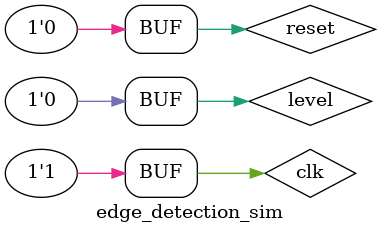
<source format=v>
`timescale 1ns / 1ps


module edge_detection_sim;

    reg clk, reset, level;
    wire tick0, tick1;
    
    edge_detection uut(clk, reset, level, tick0, tick1);
    
    initial begin
    clk = 0; level = 0; reset = 0;
    #1 reset = 1;
    #1 reset = 0;
    
    #1 clk = 0; level = 0;
    #1 clk = 1; level = 0;
    #1 clk = 0; level = 0;
    #1 clk = 1; level = 0;
    #1 clk = 0; level = 0;
    #1 clk = 1; level = 0;
    #1 clk = 0; level = 1;
    #1 clk = 1; level = 1;
    #1 clk = 0; level = 1;
    #1 clk = 1; level = 1;
    #1 clk = 0; level = 1;
    #1 clk = 1; level = 1;
    #1 clk = 0; level = 1;
    #1 clk = 1; level = 1;
    #1 clk = 0; level = 0;
    #1 clk = 1; level = 0;
    #1 clk = 0; level = 0;
    #1 clk = 1; level = 0;
    #1 clk = 0; level = 0;
    #1 clk = 1; level = 0;
    #1 clk = 0; level = 0;
    #1 clk = 1; level = 0;
    #1 clk = 0; level = 0;
    #1 clk = 1; level = 0;
    #1 clk = 0; level = 1;
    #1 clk = 1; level = 1;
    #1 clk = 0; level = 1;
    #1 clk = 1; level = 1;
    #1 clk = 0; level = 0;
    #1 clk = 1; level = 0;
    #1 clk = 0; level = 0;
    #1 clk = 1; level = 0;
    #1 clk = 0; level = 1;
    #1 clk = 1; level = 0;
    #1 clk = 0; level = 0;
    #1 clk = 1; level = 0;
    end
    
endmodule

</source>
